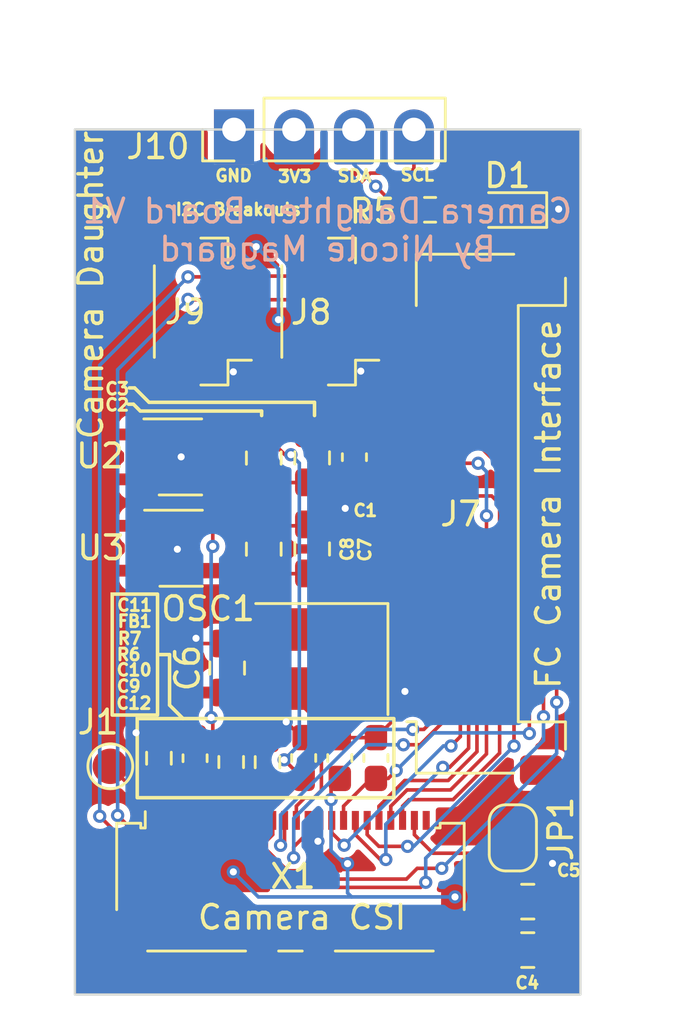
<source format=kicad_pcb>
(kicad_pcb (version 20221018) (generator pcbnew)
  (layers (0 "F.Cu" signal) (31 "B.Cu" signal) (34 "B.Paste" user) (35 "F.Paste" user) (36 "B.SilkS" user "B.Silkscreen") (37 "F.SilkS" user "F.Silkscreen") (38 "B.Mask" user) (39 "F.Mask" user) (44 "Edge.Cuts" user))
  (net 0 "")
  (net 1 "1.5V")
  (net 2 "+3V3")
  (net 3 "2.8V")
  (net 4 "VBUS_RESET {slash} PC")
  (net 5 "AGND")
  (net 6 "Net-(J1-Pin_1)")
  (net 7 "D9")
  (net 8 "D8")
  (net 9 "GND")
  (net 10 "ENABLE_BURN {slash} D7")
  (net 11 "D6")
  (net 12 "D5")
  (net 13 "D4")
  (net 14 "ENAB_RF {slash} D3")
  (net 15 "I2C_RESET {slash} D2")
  (net 16 "BURN_RELAY_A {slash} VS")
  (net 17 "HS")
  (net 18 "Net-(JP1-A)")
  (net 19 "Net-(OSC1-OUT)")
  (net 20 "Net-(X1-~{RESET})")
  (net 21 "Net-(X1-PWDN)")
  (net 24 "SDA1")
  (net 25 "SCL1")
  (net 27 "Net-(D1-A)")
  (footprint "Capacitor_SMD:C_0805_2012Metric_Pad1.18x1.45mm_HandSolder" (layer "F.Cu") (at 154.95 119.56 -90)
    (fp_text reference "C2" (at -2.25 6.21) (layer "F.SilkS") (effects (font (size 0.5 0.5) (thickness 0.125))))
    (fp_text value "10uF")
    (pad "1" smd roundrect (at -1.0375 0 270) (size 1.175 1.45) (layers "F.Cu" "F.Paste" "F.Mask") (roundrect_rratio 0.2127659574) (net 1 "1.5V"))
    (pad "2" smd roundrect (at 1.0375 0 270) (size 1.175 1.45) (layers "F.Cu" "F.Paste" "F.Mask") (roundrect_rratio 0.2127659574) (net 9 "GND"))
  )
  (footprint "Oscillator:Oscillator_SMD_SeikoEpson_SG8002CE-4Pin_3.2x2.5mm_HandSoldering" (layer "F.Cu") (at 157.41 128.07 180)
    (fp_text reference "OSC1" (at 4.82 2.13) (layer "F.SilkS"))
    (fp_text value "24MHz 3.3V Oscillator")
    (pad "1" smd rect (at -1.55 1.25 180) (size 2.1 1.8) (layers "F.Cu" "F.Paste" "F.Mask") (net 2 "+3V3"))
    (pad "2" smd rect (at 1.55 1.25 180) (size 2.1 1.8) (layers "F.Cu" "F.Paste" "F.Mask") (net 9 "GND"))
    (pad "3" smd rect (at 1.55 -1.25 180) (size 2.1 1.8) (layers "F.Cu" "F.Paste" "F.Mask") (net 19 "Net-(OSC1-OUT)"))
    (pad "4" smd rect (at -1.55 -1.25 180) (size 2.1 1.8) (layers "F.Cu" "F.Paste" "F.Mask") (net 2 "+3V3"))
  )
  (footprint "Jumper:SolderJumper-2_P1.3mm_Open_RoundedPad1.0x1.5mm" (layer "F.Cu") (at 165.5 135.64 90)
    (fp_text reference "JP1" (at 0.38 2.03 90) (layer "F.SilkS"))
    (fp_text value "Jumper_2_Open")
    (pad "1" smd custom (at -0.65 0 90) (size 1 0.5) (layers "F.Cu" "F.Mask") (net 18 "Net-(JP1-A)") (options (clearance outline) (anchor rect)) (primitives (gr_circle (center 0 0.25) (end 0.5 0.25) (width 0) (fill yes)) (gr_circle (center 0 -0.25) (end 0.5 -0.25) (width 0) (fill yes)) (gr_poly (pts (xy 0.5 0.75) (xy 0 0.75) (xy 0 -0.75) (xy 0.5 -0.75)) (width 0) (fill yes))))
    (pad "2" smd custom (at 0.65 0 90) (size 1 0.5) (layers "F.Cu" "F.Mask") (net 2 "+3V3") (options (clearance outline) (anchor rect)) (primitives (gr_circle (center 0 0.25) (end 0.5 0.25) (width 0) (fill yes)) (gr_circle (center 0 -0.25) (end 0.5 -0.25) (width 0) (fill yes)) (gr_poly (pts (xy 0 0.75) (xy -0.5 0.75) (xy -0.5 -0.75) (xy 0 -0.75)) (width 0) (fill yes))))
  )
  (footprint "Capacitor_SMD:C_0603_1608Metric_Pad1.08x0.95mm_HandSolder" (layer "F.Cu") (at 158.79 119.5225 -90)
    (fp_text reference "C1" (at 2.2575 -0.46 -180) (layer "F.SilkS") (effects (font (size 0.5 0.5) (thickness 0.125))))
    (fp_text value "1.0uF")
    (pad "1" smd roundrect (at -0.8625 0 270) (size 1.075 0.95) (layers "F.Cu" "F.Paste" "F.Mask") (net 1 "1.5V"))
    (pad "2" smd roundrect (at 0.8625 0 270) (size 1.075 0.95) (layers "F.Cu" "F.Paste" "F.Mask") (net 9 "GND"))
  )
  (footprint "Capacitor_SMD:C_0805_2012Metric_Pad1.18x1.45mm_HandSolder" (layer "F.Cu") (at 153.4 128.45 90)
    (fp_text reference "C6" (at 0 -1.68 90) (layer "F.SilkS"))
    (fp_text value "10uF")
    (pad "1" smd roundrect (at -1.0375 0 90) (size 1.175 1.45) (layers "F.Cu" "F.Paste" "F.Mask") (roundrect_rratio 0.2127659574) (net 2 "+3V3"))
    (pad "2" smd roundrect (at 1.0375 0 90) (size 1.175 1.45) (layers "F.Cu" "F.Paste" "F.Mask") (roundrect_rratio 0.2127659574) (net 9 "GND"))
  )
  (footprint "Capacitor_SMD:C_0603_1608Metric_Pad1.08x0.95mm_HandSolder" (layer "F.Cu") (at 159.7 132.26 90)
    (fp_text reference "C12" (at 2.320001 -10.249999) (layer "F.SilkS") (effects (font (size 0.5 0.5) (thickness 0.125))))
    (fp_text value "22pF")
    (pad "1" smd roundrect (at -0.8625 0 90) (size 1.075 0.95) (layers "F.Cu" "F.Paste" "F.Mask") (net 4 "VBUS_RESET {slash} PC"))
    (pad "2" smd roundrect (at 0.8625 0 90) (size 1.075 0.95) (layers "F.Cu" "F.Paste" "F.Mask") (net 9 "GND"))
  )
  (footprint "Capacitor_SMD:C_0805_2012Metric_Pad1.18x1.45mm_HandSolder" (layer "F.Cu") (at 166.1325 140.39)
    (fp_text reference "C4" (at -0.0225 1.39) (layer "F.SilkS") (effects (font (size 0.5 0.5) (thickness 0.125))))
    (fp_text value "10uF")
    (pad "1" smd roundrect (at -1.0375 0) (size 1.175 1.45) (layers "F.Cu" "F.Paste" "F.Mask") (roundrect_rratio 0.2127659574) (net 2 "+3V3"))
    (pad "2" smd roundrect (at 1.0375 0) (size 1.175 1.45) (layers "F.Cu" "F.Paste" "F.Mask") (roundrect_rratio 0.2127659574) (net 9 "GND"))
  )
  (footprint "Connector_Molex:Molex_Pico-Lock_504050-1291_1x12-1MP_P1.50mm_Horizontal" (layer "F.Cu") (at 164.305 121.915 90)
    (fp_text reference "J7" (at -0.015 -1.015 180) (layer "F.SilkS"))
    (fp_text value "FC Connector")
    (pad "1" smd roundrect (at -8.25 -2.795 90) (size 0.6 1) (layers "F.Cu" "F.Paste" "F.Mask") (net 9 "GND"))
    (pad "2" smd roundrect (at -6.75 -2.795 90) (size 0.6 1) (layers "F.Cu" "F.Paste" "F.Mask") (net 7 "D9"))
    (pad "3" smd roundrect (at -5.25 -2.795 90) (size 0.6 1) (layers "F.Cu" "F.Paste" "F.Mask") (net 8 "D8"))
    (pad "4" smd roundrect (at -3.75 -2.795 90) (size 0.6 1) (layers "F.Cu" "F.Paste" "F.Mask") (net 10 "ENABLE_BURN {slash} D7"))
    (pad "5" smd roundrect (at -2.25 -2.795 90) (size 0.6 1) (layers "F.Cu" "F.Paste" "F.Mask") (net 11 "D6"))
    (pad "6" smd roundrect (at -0.75 -2.795 90) (size 0.6 1) (layers "F.Cu" "F.Paste" "F.Mask") (net 12 "D5"))
    (pad "7" smd roundrect (at 0.75 -2.795 90) (size 0.6 1) (layers "F.Cu" "F.Paste" "F.Mask") (net 13 "D4"))
    (pad "8" smd roundrect (at 2.25 -2.795 90) (size 0.6 1) (layers "F.Cu" "F.Paste" "F.Mask") (net 14 "ENAB_RF {slash} D3"))
    (pad "9" smd roundrect (at 3.75 -2.795 90) (size 0.6 1) (layers "F.Cu" "F.Paste" "F.Mask") (net 15 "I2C_RESET {slash} D2"))
    (pad "10" smd roundrect (at 5.25 -2.795 90) (size 0.6 1) (layers "F.Cu" "F.Paste" "F.Mask") (net 4 "VBUS_RESET {slash} PC"))
    (pad "11" smd roundrect (at 6.75 -2.795 90) (size 0.6 1) (layers "F.Cu" "F.Paste" "F.Mask") (net 16 "BURN_RELAY_A {slash} VS"))
    (pad "12" smd roundrect (at 8.25 -2.795 90) (size 0.6 1) (layers "F.Cu" "F.Paste" "F.Mask") (net 17 "HS"))
    (pad "MP" smd roundrect (at -10.855 2.395 90) (size 1.25 1.8) (layers "F.Cu" "F.Paste" "F.Mask") (roundrect_rratio 0.2))
    (pad "MP" smd roundrect (at 10.855 2.395 90) (size 1.25 1.8) (layers "F.Cu" "F.Paste" "F.Mask") (roundrect_rratio 0.2))
  )
  (footprint "Resistor_SMD:R_0603_1608Metric" (layer "F.Cu") (at 155.11 132.435 90)
    (fp_text reference "R7" (at 5.235 -5.840001) (layer "F.SilkS") (effects (font (size 0.5 0.5) (thickness 0.125))))
    (fp_text value "10K")
    (pad "1" smd roundrect (at -0.825 0 90) (size 0.8 0.95) (layers "F.Cu" "F.Paste" "F.Mask") (net 21 "Net-(X1-PWDN)"))
    (pad "2" smd roundrect (at 0.825 0 90) (size 0.8 0.95) (layers "F.Cu" "F.Paste" "F.Mask") (net 9 "GND"))
  )
  (footprint "Package_TO_SOT_SMD:SOT-23-5_HandSoldering" (layer "F.Cu") (at 151.45 123.3775)
    (fp_text reference "U3" (at -3.39 -0.0175 180) (layer "F.SilkS"))
    (fp_text value "TLV74328")
    (pad "1" smd rect (at -1.35 -0.95) (size 1.56 0.65) (layers "F.Cu" "F.Paste" "F.Mask") (net 2 "+3V3"))
    (pad "2" smd rect (at -1.35 0) (size 1.56 0.65) (layers "F.Cu" "F.Paste" "F.Mask") (net 9 "GND"))
    (pad "3" smd rect (at -1.35 0.95) (size 1.56 0.65) (layers "F.Cu" "F.Paste" "F.Mask") (net 2 "+3V3"))
    (pad "4" smd rect (at 1.35 0.95) (size 1.56 0.65) (layers "F.Cu" "F.Paste" "F.Mask"))
    (pad "5" smd rect (at 1.35 -0.95) (size 1.56 0.65) (layers "F.Cu" "F.Paste" "F.Mask") (net 3 "2.8V"))
  )
  (footprint "Capacitor_SMD:C_0603_1608Metric_Pad1.08x0.95mm_HandSolder" (layer "F.Cu") (at 158.17 132.26 90)
    (fp_text reference "C9" (at 3.040001 -8.939999) (layer "F.SilkS") (effects (font (size 0.5 0.5) (thickness 0.125))))
    (fp_text value "0.1uF")
    (pad "1" smd roundrect (at -0.8625 0 90) (size 1.075 0.95) (layers "F.Cu" "F.Paste" "F.Mask") (net 2 "+3V3"))
    (pad "2" smd roundrect (at 0.8625 0 90) (size 1.075 0.95) (layers "F.Cu" "F.Paste" "F.Mask") (net 9 "GND"))
  )
  (footprint "Package_TO_SOT_SMD:SOT-23-5_HandSoldering" (layer "F.Cu") (at 151.42 119.5125)
    (fp_text reference "U2" (at -3.41 -0.0425) (layer "F.SilkS"))
    (fp_text value "TLV74315")
    (pad "1" smd rect (at -1.35 -0.95) (size 1.56 0.65) (layers "F.Cu" "F.Paste" "F.Mask") (net 2 "+3V3"))
    (pad "2" smd rect (at -1.35 0) (size 1.56 0.65) (layers "F.Cu" "F.Paste" "F.Mask") (net 9 "GND"))
    (pad "3" smd rect (at -1.35 0.95) (size 1.56 0.65) (layers "F.Cu" "F.Paste" "F.Mask") (net 2 "+3V3"))
    (pad "4" smd rect (at 1.35 0.95) (size 1.56 0.65) (layers "F.Cu" "F.Paste" "F.Mask"))
    (pad "5" smd rect (at 1.35 -0.95) (size 1.56 0.65) (layers "F.Cu" "F.Paste" "F.Mask") (net 1 "1.5V"))
  )
  (footprint "Resistor_SMD:R_0603_1608Metric_Pad0.98x0.95mm_HandSolder" (layer "F.Cu") (at 150.51 132.2675 -90)
    (fp_text reference "FB1" (at -5.7975 1.03 -180) (layer "F.SilkS") (effects (font (size 0.5 0.5) (thickness 0.125))))
    (fp_text value "ferrite")
    (pad "1" smd roundrect (at -0.9125 0 270) (size 0.975 0.95) (layers "F.Cu" "F.Paste" "F.Mask") (net 9 "GND"))
    (pad "2" smd roundrect (at 0.9125 0 270) (size 0.975 0.95) (layers "F.Cu" "F.Paste" "F.Mask") (net 5 "AGND"))
  )
  (footprint "Capacitor_SMD:C_0603_1608Metric_Pad1.08x0.95mm_HandSolder" (layer "F.Cu") (at 152.04 132.2675 90)
    (fp_text reference "C11" (at 6.4775 -2.56 180) (layer "F.SilkS") (effects (font (size 0.5 0.5) (thickness 0.125))))
    (fp_text value "0.1uF")
    (pad "1" smd roundrect (at -0.8625 0 90) (size 1.075 0.95) (layers "F.Cu" "F.Paste" "F.Mask") (net 3 "2.8V"))
    (pad "2" smd roundrect (at 0.8625 0 90) (size 1.075 0.95) (layers "F.Cu" "F.Paste" "F.Mask") (net 9 "GND"))
  )
  (footprint "Connector_JST:JST_SH_BM04B-SRSS-TB_1x04-1MP_P1.00mm_Vertical" (layer "F.Cu") (at 152.325 113.3575 90)
    (fp_text reference "J9" (at -0.0125 -0.705 180) (layer "F.SilkS"))
    (fp_text value "I2C1 Breakout")
    (pad "1" smd roundrect (at -1.5 1.325 90) (size 0.6 1.55) (layers "F.Cu" "F.Paste" "F.Mask") (net 9 "GND"))
    (pad "2" smd roundrect (at -0.5 1.325 90) (size 0.6 1.55) (layers "F.Cu" "F.Paste" "F.Mask") (net 2 "+3V3"))
    (pad "3" smd roundrect (at 0.5 1.325 90) (size 0.6 1.55) (layers "F.Cu" "F.Paste" "F.Mask") (net 24 "SDA1"))
    (pad "4" smd roundrect (at 1.5 1.325 90) (size 0.6 1.55) (layers "F.Cu" "F.Paste" "F.Mask") (net 25 "SCL1"))
    (pad "MP" smd roundrect (at -2.8 -1.2 90) (size 1.2 1.8) (layers "F.Cu" "F.Paste" "F.Mask") (roundrect_rratio 0.2083333333))
    (pad "MP" smd roundrect (at 2.8 -1.2 90) (size 1.2 1.8) (layers "F.Cu" "F.Paste" "F.Mask") (roundrect_rratio 0.2083333333))
  )
  (footprint "Capacitor_SMD:C_0805_2012Metric_Pad1.18x1.45mm_HandSolder" (layer "F.Cu") (at 157 119.5525 -90)
    (fp_text reference "C3" (at -2.9225 8.26 -180) (layer "F.SilkS") (effects (font (size 0.5 0.5) (thickness 0.125))))
    (fp_text value "10uF")
    (pad "1" smd roundrect (at -1.0375 0 270) (size 1.175 1.45) (layers "F.Cu" "F.Paste" "F.Mask") (roundrect_rratio 0.2127659574) (net 1 "1.5V"))
    (pad "2" smd roundrect (at 1.0375 0 270) (size 1.175 1.45) (layers "F.Cu" "F.Paste" "F.Mask") (roundrect_rratio 0.2127659574) (net 9 "GND"))
  )
  (footprint "Capacitor_SMD:C_0805_2012Metric_Pad1.18x1.45mm_HandSolder" (layer "F.Cu") (at 157 123.4075 -90)
    (fp_text reference "C7" (at 0.0325 -2.23 90) (layer "F.SilkS") (effects (font (size 0.5 0.5) (thickness 0.125))))
    (fp_text value "10uF")
    (pad "1" smd roundrect (at -1.0375 0 270) (size 1.175 1.45) (layers "F.Cu" "F.Paste" "F.Mask") (roundrect_rratio 0.2127659574) (net 3 "2.8V"))
    (pad "2" smd roundrect (at 1.0375 0 270) (size 1.175 1.45) (layers "F.Cu" "F.Paste" "F.Mask") (roundrect_rratio 0.2127659574) (net 9 "GND"))
  )
  (footprint "TestPoint:TestPoint_Pad_D1.5mm" (layer "F.Cu") (at 148.45 132.61)
    (fp_text reference "J1" (at -0.52 -1.87) (layer "F.SilkS"))
    (fp_text value "Conn_01x01")
    (pad "1" smd circle (at 0 0) (size 1.5 1.5) (layers "F.Cu" "F.Mask") (net 6 "Net-(J1-Pin_1)"))
  )
  (footprint "Capacitor_SMD:C_0603_1608Metric_Pad1.08x0.95mm_HandSolder" (layer "F.Cu") (at 156.64 132.2575 90)
    (fp_text reference "C10" (at 3.7275 -7.18) (layer "F.SilkS") (effects (font (size 0.5 0.5) (thickness 0.125))))
    (fp_text value "0.1uF")
    (pad "1" smd roundrect (at -0.8625 0 90) (size 1.075 0.95) (layers "F.Cu" "F.Paste" "F.Mask") (net 1 "1.5V"))
    (pad "2" smd roundrect (at 0.8625 0 90) (size 1.075 0.95) (layers "F.Cu" "F.Paste" "F.Mask") (net 9 "GND"))
  )
  (footprint "LED_SMD:LED_0603_1608Metric_Pad1.05x0.95mm_HandSolder" (layer "F.Cu") (at 165.275 109.06 180)
    (fp_text reference "D1" (at 0.005 1.46) (layer "F.SilkS"))
    (fp_text value "IR26-21C_L110_TR8")
    (pad "1" smd roundrect (at -0.875 0 180) (size 1.05 0.95) (layers "F.Cu" "F.Paste" "F.Mask") (net 9 "GND"))
    (pad "2" smd roundrect (at 0.875 0 180) (size 1.05 0.95) (layers "F.Cu" "F.Paste" "F.Mask") (net 27 "Net-(D1-A)"))
  )
  (footprint "Connector_PinHeader_2.54mm:PinHeader_1x04_P2.54mm_Vertical" (layer "F.Cu") (at 153.69 105.65 90)
    (fp_text reference "J10" (at -0.73 -3.22 180) (layer "F.SilkS"))
    (fp_text value "I2C1 Breakout")
    (pad "1" thru_hole rect (at 0 0 90) (size 1.7 1.7) (drill 1) (layers "*.Cu" "*.Mask") (net 9 "GND"))
    (pad "2" thru_hole oval (at 0 2.54 90) (size 1.7 1.7) (drill 1) (layers "*.Cu" "*.Mask") (net 2 "+3V3"))
    (pad "3" thru_hole oval (at 0 5.08 90) (size 1.7 1.7) (drill 1) (layers "*.Cu" "*.Mask") (net 24 "SDA1"))
    (pad "4" thru_hole oval (at 0 7.62 90) (size 1.7 1.7) (drill 1) (layers "*.Cu" "*.Mask") (net 25 "SCL1"))
  )
  (footprint "Connector_FFC-FPC:Molex_502244-2430_1x24-1MP_P0.5mm_Horizontal" (layer "F.Cu") (at 156.08 137.98)
    (fp_text reference "X1" (at 0.11 -0.71) (layer "F.SilkS"))
    (fp_text value "CAMERA_OV2640")
    (pad "1" smd rect (at -5.75 -3.08) (size 0.3 0.8) (layers "F.Cu" "F.Paste" "F.Mask") (net 6 "Net-(J1-Pin_1)"))
    (pad "2" smd rect (at -5.25 -3.08) (size 0.3 0.8) (layers "F.Cu" "F.Paste" "F.Mask") (net 5 "AGND"))
    (pad "3" smd rect (at -4.75 -3.08) (size 0.3 0.8) (layers "F.Cu" "F.Paste" "F.Mask") (net 24 "SDA1"))
    (pad "4" smd rect (at -4.25 -3.08) (size 0.3 0.8) (layers "F.Cu" "F.Paste" "F.Mask") (net 3 "2.8V"))
    (pad "5" smd rect (at -3.75 -3.08) (size 0.3 0.8) (layers "F.Cu" "F.Paste" "F.Mask") (net 25 "SCL1"))
    (pad "6" smd rect (at -3.25 -3.08) (size 0.3 0.8) (layers "F.Cu" "F.Paste" "F.Mask") (net 20 "Net-(X1-~{RESET})"))
    (pad "7" smd rect (at -2.75 -3.08) (size 0.3 0.8) (layers "F.Cu" "F.Paste" "F.Mask") (net 16 "BURN_RELAY_A {slash} VS"))
    (pad "8" smd rect (at -2.25 -3.08) (size 0.3 0.8) (layers "F.Cu" "F.Paste" "F.Mask") (net 21 "Net-(X1-PWDN)"))
    (pad "9" smd rect (at -1.75 -3.08) (size 0.3 0.8) (layers "F.Cu" "F.Paste" "F.Mask") (net 17 "HS"))
    (pad "10" smd rect (at -1.25 -3.08) (size 0.3 0.8) (layers "F.Cu" "F.Paste" "F.Mask") (net 1 "1.5V"))
    (pad "11" smd rect (at -0.75 -3.08) (size 0.3 0.8) (layers "F.Cu" "F.Paste" "F.Mask") (net 2 "+3V3"))
    (pad "12" smd rect (at -0.25 -3.08) (size 0.3 0.8) (layers "F.Cu" "F.Paste" "F.Mask") (net 7 "D9"))
    (pad "13" smd rect (at 0.25 -3.08) (size 0.3 0.8) (layers "F.Cu" "F.Paste" "F.Mask") (net 19 "Net-(OSC1-OUT)"))
    (pad "14" smd rect (at 0.75 -3.08) (size 0.3 0.8) (layers "F.Cu" "F.Paste" "F.Mask") (net 8 "D8"))
    (pad "15" smd rect (at 1.25 -3.08) (size 0.3 0.8) (layers "F.Cu" "F.Paste" "F.Mask") (net 9 "GND"))
    (pad "16" smd rect (at 1.75 -3.08) (size 0.3 0.8) (layers "F.Cu" "F.Paste" "F.Mask") (net 10 "ENABLE_BURN {slash} D7"))
    (pad "17" smd rect (at 2.25 -3.08) (size 0.3 0.8) (layers "F.Cu" "F.Paste" "F.Mask") (net 4 "VBUS_RESET {slash} PC"))
    (pad "18" smd rect (at 2.75 -3.08) (size 0.3 0.8) (layers "F.Cu" "F.Paste" "F.Mask") (net 11 "D6"))
    (pad "19" smd rect (at 3.25 -3.08) (size 0.3 0.8) (layers "F.Cu" "F.Paste" "F.Mask") (net 15 "I2C_RESET {slash} D2"))
    (pad "20" smd rect (at 3.75 -3.08) (size 0.3 0.8) (layers "F.Cu" "F.Paste" "F.Mask") (net 12 "D5"))
    (pad "21" smd rect (at 4.25 -3.08) (size 0.3 0.8) (layers "F.Cu" "F.Paste" "F.Mask") (net 14 "ENAB_RF {slash} D3"))
    (pad "22" smd rect (at 4.75 -3.08) (size 0.3 0.8) (layers "F.Cu" "F.Paste" "F.Mask") (net 13 "D4"))
    (pad "23" smd rect (at 5.25 -3.08) (size 0.3 0.8) (layers "F.Cu" "F.Paste" "F.Mask") (net 18 "Net-(JP1-A)"))
    (pad "24" smd rect (at 5.75 -3.08) (size 0.3 0.8) (layers "F.Cu" "F.Paste" "F.Mask"))
    (pad "MP" smd rect (at -6.99 1.77) (size 1.22 1.4) (layers "F.Cu" "F.Paste" "F.Mask"))
    (pad "MP" smd rect (at -1.175 2.78) (size 0.85 1.4) (layers "F.Cu" "F.Paste" "F.Mask"))
    (pad "MP" smd rect (at 1.175 2.78) (size 0.85 1.4) (layers "F.Cu" "F.Paste" "F.Mask"))
    (pad "MP" smd rect (at 6.99 1.77) (size 1.22 1.4) (layers "F.Cu" "F.Paste" "F.Mask"))
    (zone (net 0) (net_name "") (layer "F.Cu") (connect_pads (clearance 0)) (min_thickness 0.254)
      (keepout (tracks not_allowed) (vias not_allowed) (pads not_allowed) (copperpour not_allowed) (footprints not_allowed))
      (fill (thermal_gap 0.508) (thermal_bridge_width 0.508))
      (polygon (pts (xy 156.08 140.49) (xy 155.33 140.49) (xy 155.33 140.06) (xy 154.48 140.06) (xy 154.48 140.49) (xy 149.7 140.49) (xy 149.7 137.94) (xy 156.08 137.94)))
    )
    (zone (net 0) (net_name "") (layer "F.Cu") (connect_pads (clearance 0)) (min_thickness 0.254)
      (keepout (tracks not_allowed) (vias not_allowed) (pads not_allowed) (copperpour not_allowed) (footprints not_allowed))
      (fill (thermal_gap 0.508) (thermal_bridge_width 0.508))
      (polygon (pts (xy 156.08 140.49) (xy 156.83 140.49) (xy 156.83 140.06) (xy 157.68 140.06) (xy 157.68 140.49) (xy 162.46 140.49) (xy 162.46 137.94) (xy 156.08 137.94)))
    )
  )
  (footprint "Capacitor_SMD:C_0805_2012Metric_Pad1.18x1.45mm_HandSolder" (layer "F.Cu") (at 154.95 123.4175 -90)
    (fp_text reference "C8" (at 0.0025 -3.53 -90) (layer "F.SilkS") (effects (font (size 0.5 0.5) (thickness 0.125))))
    (fp_text value "10uF")
    (pad "1" smd roundrect (at -1.0375 0 270) (size 1.175 1.45) (layers "F.Cu" "F.Paste" "F.Mask") (roundrect_rratio 0.2127659574) (net 3 "2.8V"))
    (pad "2" smd roundrect (at 1.0375 0 270) (size 1.175 1.45) (layers "F.Cu" "F.Paste" "F.Mask") (roundrect_rratio 0.2127659574) (net 9 "GND"))
  )
  (footprint "Connector_JST:JST_SH_BM04B-SRSS-TB_1x04-1MP_P1.00mm_Vertical" (layer "F.Cu") (at 157.725 113.3575 90)
    (fp_text reference "J8" (at -0.0325 -0.765 180) (layer "F.SilkS"))
    (fp_text value "I2C1 Breakout")
    (pad "1" smd roundrect (at -1.5 1.325 90) (size 0.6 1.55) (layers "F.Cu" "F.Paste" "F.Mask") (net 9 "GND"))
    (pad "2" smd roundrect (at -0.5 1.325 90) (size 0.6 1.55) (layers "F.Cu" "F.Paste" "F.Mask") (net 2 "+3V3"))
    (pad "3" smd roundrect (at 0.5 1.325 90) (size 0.6 1.55) (layers "F.Cu" "F.Paste" "F.Mask") (net 24 "SDA1"))
    (pad "4" smd roundrect (at 1.5 1.325 90) (size 0.6 1.55) (layers "F.Cu" "F.Paste" "F.Mask") (net 25 "SCL1"))
    (pad "MP" smd roundrect (at -2.8 -1.2 90) (size 1.2 1.8) (layers "F.Cu" "F.Paste" "F.Mask") (roundrect_rratio 0.2083333333))
    (pad "MP" smd roundrect (at 2.8 -1.2 90) (size 1.2 1.8) (layers "F.Cu" "F.Paste" "F.Mask") (roundrect_rratio 0.2083333333))
  )
  (footprint "Resistor_SMD:R_0603_1608Metric" (layer "F.Cu") (at 161.995 109.05)
    (fp_text reference "R5" (at -2.425 0.06) (layer "F.SilkS"))
    (fp_text value "10K")
    (pad "1" smd roundrect (at -0.825 0) (size 0.8 0.95) (layers "F.Cu" "F.Paste" "F.Mask") (net 2 "+3V3"))
    (pad "2" smd roundrect (at 0.825 0) (size 0.8 0.95) (layers "F.Cu" "F.Paste" "F.Mask") (net 27 "Net-(D1-A)"))
  )
  (footprint "Resistor_SMD:R_0603_1608Metric" (layer "F.Cu") (at 153.57 132.43 -90)
    (fp_text reference "R6" (at -4.55 4.339999) (layer "F.SilkS") (effects (font (size 0.5 0.5) (thickness 0.125))))
    (fp_text value "10K")
    (pad "1" smd roundrect (at -0.825 0 270) (size 0.8 0.95) (layers "F.Cu" "F.Paste" "F.Mask") (net 2 "+3V3"))
    (pad "2" smd roundrect (at 0.825 0 270) (size 0.8 0.95) (layers "F.Cu" "F.Paste" "F.Mask") (net 20 "Net-(X1-~{RESET})"))
  )
  (footprint "Capacitor_SMD:C_0805_2012Metric_Pad1.18x1.45mm_HandSolder" (layer "F.Cu") (at 166.1325 138.34)
    (fp_text reference "C5" (at 1.7375 -1.32) (layer "F.SilkS") (effects (font (size 0.5 0.5) (thickness 0.125))))
    (fp_text value "10uF")
    (pad "1" smd roundrect (at -1.0375 0) (size 1.175 1.45) (layers "F.Cu" "F.Paste" "F.Mask") (roundrect_rratio 0.2127659574) (net 2 "+3V3"))
    (pad "2" smd roundrect (at 1.0375 0) (size 1.175 1.45) (layers "F.Cu" "F.Paste" "F.Mask") (roundrect_rratio 0.2127659574) (net 9 "GND"))
  )
  (gr_rect (start 148.53 125.32) (end 150.45 130.44) (stroke (width 0.15)) (fill none) (layer "F.SilkS"))
  (gr_line (start 157.1 117.2) (end 157.1 117.76) (stroke (width 0.15)) (layer "F.SilkS"))
  (gr_rect (start 149.59 130.59) (end 160.46 133.94) (stroke (width 0.15)) (fill none) (layer "F.SilkS"))
  (gr_line (start 154.86 117.57) (end 154.86 117.76) (stroke (width 0.15)) (layer "F.SilkS"))
  (gr_line (start 150.09 117.2) (end 157.1 117.2) (stroke (width 0.15)) (layer "F.SilkS"))
  (gr_line (start 149.26 116.59) (end 149.48 116.59) (stroke (width 0.15)) (layer "F.SilkS"))
  (gr_line (start 150.45 127.88) (end 150.96 127.88) (stroke (width 0.15)) (layer "F.SilkS"))
  (gr_line (start 150.96 130.02) (end 151.53 130.59) (stroke (width 0.15)) (layer "F.SilkS"))
  (gr_line (start 149.48 116.59) (end 150.09 117.2) (stroke (width 0.15)) (layer "F.SilkS"))
  (gr_line (start 149.22 117.28) (end 149.43 117.28) (stroke (width 0.15)) (layer "F.SilkS"))
  (gr_line (start 149.43 117.28) (end 149.72 117.57) (stroke (width 0.15)) (layer "F.SilkS"))
  (gr_line (start 149.72 117.57) (end 154.86 117.57) (stroke (width 0.15)) (layer "F.SilkS"))
  (gr_line (start 150.96 127.88) (end 150.96 130.02) (stroke (width 0.15)) (layer "F.SilkS"))
  (gr_rect (start 146.95 105.65) (end 168.36 142.27) (stroke (width 0.1)) (fill none) (layer "Edge.Cuts"))
  (gr_text "Camera Daughter Board V1\nBy Nicole Maggard" (at 157.65 111.3) (layer "B.SilkS") (effects (font (size 1 1)) (justify bottom mirror)))
  (gr_text "FC Camera Interface" (at 167.59 129.42 90) (layer "F.SilkS") (effects (font (size 1 1)) (justify left bottom)))
  (gr_text "SCL" (at 160.68 107.87) (layer "F.SilkS") (effects (font (size 0.5 0.5) (thickness 0.125)) (justify left bottom)))
  (gr_text "I2C Breakouts" (at 151.15 109.33) (layer "F.SilkS") (effects (font (size 0.5 0.5) (thickness 0.125)) (justify left bottom)))
  (gr_text "Camera CSI" (at 152.07 139.59) (layer "F.SilkS") (effects (font (size 1 1)) (justify left bottom)))
  (gr_text "GND" (at 152.83 107.9) (layer "F.SilkS") (effects (font (size 0.5 0.5) (thickness 0.125)) (justify left bottom)))
  (gr_text "SDA" (at 158.01 107.91) (layer "F.SilkS") (effects (font (size 0.5 0.5) (thickness 0.125)) (justify left bottom)))
  (gr_text "3V3" (at 155.49 107.93) (layer "F.SilkS") (effects (font (size 0.5 0.5) (thickness 0.125)) (justify left bottom)))
  (gr_text "Camera Daughter" (at 148.21 118.86 90) (layer "F.SilkS") (effects (font (size 1 1)) (justify left bottom)))
  (segment (start 156.64 133.12) (end 155.5362 134.2238) (width 0.1524) (layer "F.Cu") (net 1))
  (segment (start 156.64 133.12) (end 156.598746 133.12) (width 0.1524) (layer "F.Cu") (net 1))
  (segment (start 158.6925 118.5625) (end 152.77 118.5625) (width 0.1524) (layer "F.Cu") (net 1))
  (segment (start 158.79 118.66) (end 158.6925 118.5625) (width 0.1524) (layer "F.Cu") (net 1))
  (segment (start 155.8475 119.42) (end 154.95 118.5225) (width 0.1524) (layer "F.Cu") (net 1))
  (segment (start 154.83 134.2976) (end 154.83 134.9) (width 0.1524) (layer "F.Cu") (net 1))
  (segment (start 155.5362 134.2238) (end 154.9038 134.2238) (width 0.1524) (layer "F.Cu") (net 1))
  (segment (start 156.1 119.42) (end 155.8475 119.42) (width 0.1524) (layer "F.Cu") (net 1))
  (segment (start 156.598746 133.12) (end 155.814936 132.33619) (width 0.1524) (layer "F.Cu") (net 1))
  (segment (start 154.9038 134.2238) (end 154.83 134.2976) (width 0.1524) (layer "F.Cu") (net 1))
  (via (at 155.814936 132.33619) (size 0.56) (drill 0.3) (layers "F.Cu" "B.Cu") (net 1))
  (via (at 156.1 119.42) (size 0.56) (drill 0.3) (layers "F.Cu" "B.Cu") (net 1))
  (segment (start 155.814936 132.33619) (end 156.4562 131.694926) (width 0.1524) (layer "B.Cu") (net 1))
  (segment (start 156.4562 131.694926) (end 156.4562 119.7762) (width 0.1524) (layer "B.Cu") (net 1))
  (segment (start 156.4562 119.7762) (end 156.1 119.42) (width 0.1524) (layer "B.Cu") (net 1))
  (segment (start 158.197818 137.032182) (end 155.952182 137.032182) (width 0.1524) (layer "F.Cu") (net 2))
  (segment (start 155.06 135.7724) (end 155.33 135.5024) (width 0.1524) (layer "F.Cu") (net 2))
  (segment (start 155.33 135.5024) (end 155.33 134.9) (width 0.1524) (layer "F.Cu") (net 2))
  (segment (start 163.25 138.34) (end 163.05 138.14) (width 0.1524) (layer "F.Cu") (net 2))
  (segment (start 155.06 136.14) (end 155.06 135.7724) (width 0.1524) (layer "F.Cu") (net 2))
  (segment (start 157.8 134.020498) (end 157.8 133.4925) (width 0.1524) (layer "F.Cu") (net 2))
  (segment (start 158.96 129.32) (end 158.96 126.82) (width 0.1524) (layer "F.Cu") (net 2))
  (segment (start 155.952182 137.032182) (end 155.06 136.14) (width 0.1524) (layer "F.Cu") (net 2))
  (segment (start 165.095 138.34) (end 163.25 138.34) (width 0.1524) (layer "F.Cu") (net 2))
  (segment (start 153.57 129.6575) (end 153.4 129.4875) (width 0.1524) (layer "F.Cu") (net 2))
  (segment (start 157.8 133.4925) (end 158.17 133.1225) (width 0.1524) (layer "F.Cu") (net 2))
  (segment (start 153.57 131.605) (end 153.57 129.6575) (width 0.1524) (layer "F.Cu") (net 2))
  (segment (start 158.5 136.73) (end 158.197818 137.032182) (width 0.1524) (layer "F.Cu") (net 2))
  (via (at 153.66 137.08) (size 0.56) (drill 0.3) (layers "F.Cu" "B.Cu") (net 2))
  (via (at 158.5 136.73) (size 0.56) (drill 0.3) (layers "F.Cu" "B.Cu") (net 2))
  (via (at 154.63 110.61) (size 0.56) (drill 0.3) (layers "F.Cu" "B.Cu") (net 2))
  (via (at 157.8 134.020498) (size 0.56) (drill 0.3) (layers "F.Cu" "B.Cu") (net 2))
  (via (at 163.05 138.14) (size 0.56) (drill 0.3) (layers "F.Cu" "B.Cu") (net 2))
  (via (at 155.57 113.7) (size 0.56) (drill 0.3) (layers "F.Cu" "B.Cu") (net 2))
  (segment (start 155.57 111.55) (end 154.63 110.61) (width 0.1524) (layer "B.Cu") (net 2))
  (segment (start 158.349114 136.73) (end 157.8 136.180886) (width 0.1524) (layer "B.Cu") (net 2))
  (segment (start 158.5 136.73) (end 158.349114 136.73) (width 0.1524) (layer "B.Cu") (net 2))
  (segment (start 158.5 137.97) (end 158.67 138.14) (width 0.1524) (layer "B.Cu") (net 2))
  (segment (start 158.67 138.14) (end 154.72 138.14) (width 0.1524) (layer "B.Cu") (net 2))
  (segment (start 158.5 136.73) (end 158.5 137.97) (width 0.1524) (layer "B.Cu") (net 2))
  (segment (start 154.72 138.14) (end 153.66 137.08) (width 0.1524) (layer "B.Cu") (net 2))
  (segment (start 163.05 138.14) (end 158.67 138.14) (width 0.1524) (layer "B.Cu") (net 2))
  (segment (start 155.57 113.7) (end 155.57 111.55) (width 0.1524) (layer "B.Cu") (net 2))
  (segment (start 157.8 136.180886) (end 157.8 134.020498) (width 0.1524) (layer "B.Cu") (net 2))
  (segment (start 157 122.37) (end 156.9425 122.4275) (width 0.1524) (layer "F.Cu") (net 3))
  (segment (start 156.9425 122.4275) (end 152.8 122.4275) (width 0.1524) (layer "F.Cu") (net 3))
  (segment (start 152.7912 130.611635) (end 152.721871 130.542306) (width 0.1524) (layer "F.Cu") (net 3))
  (segment (start 152.04 133.13) (end 151.83 133.34) (width 0.1524) (layer "F.Cu") (net 3))
  (segment (start 152.04 133.13) (end 152.7912 132.3788) (width 0.1524) (layer "F.Cu") (net 3))
  (segment (start 152.79 123.3) (end 152.79 122.4375) (width 0.1524) (layer "F.Cu") (net 3))
  (segment (start 152.7912 132.3788) (end 152.7912 130.611635) (width 0.1524) (layer "F.Cu") (net 3))
  (segment (start 152.79 122.4375) (end 152.8 122.4275) (width 0.1524) (layer "F.Cu") (net 3))
  (segment (start 151.83 133.34) (end 151.83 134.9) (width 0.1524) (layer "F.Cu") (net 3))
  (via (at 152.721871 130.542306) (size 0.56) (drill 0.3) (layers "F.Cu" "B.Cu") (net 3))
  (via (at 152.79 123.3) (size 0.56) (drill 0.3) (layers "F.Cu" "B.Cu") (net 3))
  (segment (start 152.721871 123.368129) (end 152.79 123.3) (width 0.1524) (layer "B.Cu") (net 3))
  (segment (start 152.721871 130.542306) (end 152.721871 123.368129) (width 0.1524) (layer "B.Cu") (net 3))
  (segment (start 160.225017 133.1225) (end 160.559894 132.787623) (width 0.1524) (layer "F.Cu") (net 4))
  (segment (start 159.7 133.1225) (end 160.225017 133.1225) (width 0.1524) (layer "F.Cu") (net 4))
  (segment (start 159.5051 133.1225) (end 159.7 133.1225) (width 0.1524) (layer "F.Cu") (net 4))
  (segment (start 166.2 120.665046) (end 162.199954 116.665) (width 0.1524) (layer "F.Cu") (net 4))
  (segment (start 166.2 131.22) (end 166.2 120.665046) (width 0.1524) (layer "F.Cu") (net 4))
  (segment (start 158.33 134.9) (end 158.33 134.2976) (width 0.1524) (layer "F.Cu") (net 4))
  (segment (start 162.199954 116.665) (end 161.51 116.665) (width 0.1524) (layer "F.Cu") (net 4))
  (segment (start 158.33 134.2976) (end 159.5051 133.1225) (width 0.1524) (layer "F.Cu") (net 4))
  (via (at 166.2 131.22) (size 0.56) (drill 0.3) (layers "F.Cu" "B.Cu") (net 4))
  (via (at 160.559894 132.787623) (size 0.56) (drill 0.3) (layers "F.Cu" "B.Cu") (net 4))
  (segment (start 166.1738 131.1938) (end 166.2 131.22) (width 0.1524) (layer "B.Cu") (net 4))
  (segment (start 160.559894 132.787623) (end 162.153717 131.1938) (width 0.1524) (layer "B.Cu") (net 4))
  (segment (start 162.153717 131.1938) (end 166.1738 131.1938) (width 0.1524) (layer "B.Cu") (net 4))
  (segment (start 150.51 133.18) (end 150.83 133.5) (width 0.1524) (layer "F.Cu") (net 5))
  (segment (start 150.83 133.5) (end 150.83 134.9) (width 0.1524) (layer "F.Cu") (net 5))
  (segment (start 148.45 132.61) (end 150.33 134.49) (width 0.1524) (layer "F.Cu") (net 6))
  (segment (start 150.33 134.49) (end 150.33 134.9) (width 0.1524) (layer "F.Cu") (net 6))
  (segment (start 161.727738 131.05) (end 162.2862 130.491538) (width 0.1524) (layer "F.Cu") (net 7))
  (segment (start 161.26 131.05) (end 161.727738 131.05) (width 0.1524) (layer "F.Cu") (net 7))
  (segment (start 162.2862 129.4412) (end 161.51 128.665) (width 0.1524) (layer "F.Cu") (net 7))
  (segment (start 162.2862 130.491538) (end 162.2862 129.4412) (width 0.1524) (layer "F.Cu") (net 7))
  (segment (start 155.66208 135.9562) (end 155.83 135.78828) (width 0.1524) (layer "F.Cu") (net 7))
  (segment (start 155.83 135.78828) (end 155.83 134.9) (width 0.1524) (layer "F.Cu") (net 7))
  (via (at 155.66208 135.9562) (size 0.56) (drill 0.3) (layers "F.Cu" "B.Cu") (net 7))
  (via (at 161.26 131.05) (size 0.56) (drill 0.3) (layers "F.Cu" "B.Cu") (net 7))
  (segment (start 155.66208 135.9562) (end 155.66208 134.66792) (width 0.1524) (layer "B.Cu") (net 7))
  (segment (start 159.28 131.05) (end 161.26 131.05) (width 0.1524) (layer "B.Cu") (net 7))
  (segment (start 155.66208 134.66792) (end 159.28 131.05) (width 0.1524) (layer "B.Cu") (net 7))
  (segment (start 160.863716 131.697921) (end 161.578185 131.697921) (width 0.1524) (layer "F.Cu") (net 8))
  (segment (start 156.83 135.410226) (end 156.83 134.9) (width 0.1524) (layer "F.Cu") (net 8))
  (segment (start 156.215387 136.024839) (end 156.83 135.410226) (width 0.1524) (layer "F.Cu") (net 8))
  (segment (start 162.8 130.476106) (end 162.8 127.34) (width 0.1524) (layer "F.Cu") (net 8))
  (segment (start 162.8 127.34) (end 162.625 127.165) (width 0.1524) (layer "F.Cu") (net 8))
  (segment (start 161.578185 131.697921) (end 162.8 130.476106) (width 0.1524) (layer "F.Cu") (net 8))
  (segment (start 156.215387 136.476482) (end 156.215387 136.024839) (width 0.1524) (layer "F.Cu") (net 8))
  (segment (start 162.625 127.165) (end 161.51 127.165) (width 0.1524) (layer "F.Cu") (net 8))
  (via (at 160.863716 131.697921) (size 0.56) (drill 0.3) (layers "F.Cu" "B.Cu") (net 8))
  (via (at 156.215387 136.476482) (size 0.56) (drill 0.3) (layers "F.Cu" "B.Cu") (net 8))
  (segment (start 156.21828 134.815632) (end 159.335991 131.697921) (width 0.1524) (layer "B.Cu") (net 8))
  (segment (start 156.21828 136.473589) (end 156.21828 134.815632) (width 0.1524) (layer "B.Cu") (net 8))
  (segment (start 159.335991 131.697921) (end 160.863716 131.697921) (width 0.1524) (layer "B.Cu") (net 8))
  (segment (start 156.215387 136.476482) (end 156.21828 136.473589) (width 0.1524) (layer "B.Cu") (net 8))
  (segment (start 167.17 140.39) (end 167.17 138.34) (width 0.1524) (layer "F.Cu") (net 9))
  (segment (start 161.51 130.02) (end 160.93 129.44) (width 0.1524) (layer "F.Cu") (net 9))
  (segment (start 159.7 131.3975) (end 158.17 131.3975) (width 0.1524) (layer "F.Cu") (net 9))
  (segment (start 149.705 131.355) (end 149.54 131.19) (width 0.1524) (layer "F.Cu") (net 9))
  (segment (start 155.86 125.365) (end 154.95 124.455) (width 0.1524) (layer "F.Cu") (net 9))
  (segment (start 150.51 131.355) (end 149.705 131.355) (width 0.1524) (layer "F.Cu") (net 9))
  (segment (start 157.33 135.696812) (end 157.33 134.9) (width 0.1524) (layer "F.Cu") (net 9))
  (segment (start 155.325 131.305) (end 155.325 131.395) (width 0.1524) (layer "F.Cu") (net 9))
  (segment (start 154.95 120.5975) (end 158.5775 120.5975) (width 0.1524) (layer "F.Cu") (net 9))
  (segment (start 161.51 130.165) (end 161.51 130.02) (width 0.1524) (layer "F.Cu") (net 9))
  (segment (start 154.95 124.455) (end 156.99 124.455) (width 0.1524) (layer "F.Cu") (net 9))
  (segment (start 167.4 109.06) (end 167.44 109.02) (width 0.1524) (layer "F.Cu") (net 9))
  (segment (start 155.86 126.82) (end 155.86 125.365) (width 0.1524) (layer "F.Cu") (net 9))
  (segment (start 153.65 115.9) (end 153.66 115.91) (width 0.1524) (layer "F.Cu") (net 9))
  (segment (start 151.2475 123.3775) (end 151.29 123.42) (width 0.1524) (layer "F.Cu") (net 9))
  (segment (start 153.65 114.8575) (end 153.65 115.9) (width 0.1524) (layer "F.Cu") (net 9))
  (segment (start 155.325 131.395) (end 155.11 131.61) (width 0.1524) (layer "F.Cu") (net 9))
  (segment (start 155.86 126.82) (end 153.9925 126.82) (width 0.1524) (layer "F.Cu") (net 9))
  (segment (start 155.9 130.73) (end 155.325 131.305) (width 0.1524) (layer "F.Cu") (net 9))
  (segment (start 157.2443 135.782512) (end 157.33 135.696812) (width 0.1524) (layer "F.Cu") (net 9))
  (segment (start 159.05 115.87) (end 159.06 115.88) (width 0.1524) (layer "F.Cu") (net 9))
  (segment (start 158.5775 120.5975) (end 158.79 120.385) (width 0.1524) (layer "F.Cu") (net 9))
  (segment (start 153.9925 126.82) (end 153.4 127.4125) (width 0.1524) (layer "F.Cu") (net 9))
  (segment (start 166.15 109.06) (end 167.4 109.06) (width 0.1524) (layer "F.Cu") (net 9))
  (segment (start 167.17 138.34) (end 167.17 136.73) (width 0.1524) (layer "F.Cu") (net 9))
  (segment (start 161.51 130.165) (end 160.9325 130.165) (width 0.1524) (layer "F.Cu") (net 9))
  (segment (start 158.79 120.385) (end 158.79 121.3) (width 0.1524) (layer "F.Cu") (net 9))
  (segment (start 152.3025 127.4125) (end 152.08 127.19) (width 0.1524) (layer "F.Cu") (net 9))
  (segment (start 167.17 136.73) (end 167.18 136.72) (width 0.1524) (layer "F.Cu") (net 9))
  (segment (start 159.05 114.8575) (end 159.05 115.87) (width 0.1524) (layer "F.Cu") (net 9))
  (segment (start 150.56 131.405) (end 150.51 131.355) (width 0.1524) (layer "F.Cu") (net 9))
  (segment (start 158.79 121.3) (end 158.4 121.69) (width 0.1524) (layer "F.Cu") (net 9))
  (segment (start 156.565 131.395) (end 156.64 131.395) (width 0.1524) (layer "F.Cu") (net 9))
  (segment (start 152.04 131.405) (end 150.56 131.405) (width 0.1524) (layer "F.Cu") (net 9))
  (segment (start 160.9325 130.165) (end 159.7 131.3975) (width 0.1524) (layer "F.Cu") (net 9))
  (segment (start 156.99 124.455) (end 157 124.445) (width 0.1524) (layer "F.Cu") (net 9))
  (segment (start 150.1 123.3775) (end 151.2475 123.3775) (width 0.1524) (layer "F.Cu") (net 9))
  (segment (start 150.07 119.5125) (end 151.4475 119.5125) (width 0.1524) (layer "F.Cu") (net 9))
  (segment (start 157 120.59) (end 157.3 120.59) (width 0.1524) (layer "F.Cu") (net 9))
  (segment (start 157.3 120.59) (end 158.4 121.69) (width 0.1524) (layer "F.Cu") (net 9))
  (segment (start 155.9 130.73) (end 156.565 131.395) (width 0.1524) (layer "F.Cu") (net 9))
  (segment (start 153.4 127.4125) (end 152.3025 127.4125) (width 0.1524) (layer "F.Cu") (net 9))
  (segment (start 151.4475 119.5125) (end 151.45 119.51) (width 0.1524) (layer "F.Cu") (net 9))
  (via (at 157.2443 135.782512) (size 0.56) (drill 0.3) (layers "F.Cu" "B.Cu") (net 9))
  (via (at 155.9 130.73) (size 0.56) (drill 0.3) (layers "F.Cu" "B.Cu") (net 9))
  (via (at 152.08 127.19) (size 0.56) (drill 0.3) (layers "F.Cu" "B.Cu") (net 9))
  (via (at 158.4 121.69) (size 0.56) (drill 0.3) (layers "F.Cu" "B.Cu") (net 9))
  (via (at 151.45 119.51) (size 0.56) (drill 0.3) (layers "F.Cu" "B.Cu") (net 9))
  (via (at 159.06 115.88) (size 0.56) (drill 0.3) (layers "F.Cu" "B.Cu") (net 9))
  (via (at 151.29 123.42) (size 0.56) (drill 0.3) (layers "F.Cu" "B.Cu") (net 9))
  (via (at 167.18 136.72) (size 0.56) (drill 0.3) (layers "F.Cu" "B.Cu") (net 9))
  (via (at 149.54 131.19) (size 0.56) (drill 0.3) (layers "F.Cu" "B.Cu") (net 9))
  (via (at 153.66 115.91) (size 0.56) (drill 0.3) (layers "F.Cu" "B.Cu") (net 9))
  (via (at 167.44 109.02) (size 0.56) (drill 0.3) (layers "F.Cu" "B.Cu") (net 9))
  (via (at 160.93 129.44) (size 0.56) (drill 0.3) (layers "F.Cu" "B.Cu") (net 9))
  (segment (start 157.83 134.9) (end 157.83 135.4243) (width 0.1524) (layer "F.Cu") (net 10))
  (segment (start 162.755 125.665) (end 161.51 125.665) (width 0.1524) (layer "F.Cu") (net 10))
  (segment (start 162.8805 131.7495) (end 163.2752 131.3548) (width 0.1524) (layer "F.Cu") (net 10))
  (segment (start 157.83 135.4243) (end 158.3557 135.95) (width 0.1524) (layer "F.Cu") (net 10))
  (segment (start 163.2752 126.1852) (end 162.755 125.665) (width 0.1524) (layer "F.Cu") (net 10))
  (segment (start 163.2752 131.3548) (end 163.2752 126.1852) (width 0.1524) (layer "F.Cu") (net 10))
  (segment (start 162.88 131.7495) (end 162.8805 131.7495) (width 0.1524) (layer "F.Cu") (net 10))
  (via (at 162.88 131.7495) (size 0.56) (drill 0.3) (layers "F.Cu" "B.Cu") (net 10))
  (via (at 158.3557 135.95) (size 0.56) (drill 0.3) (layers "F.Cu" "B.Cu") (net 10))
  (segment (start 162.5562 131.7495) (end 162.88 131.7495) (width 0.1524) (layer "B.Cu") (net 10))
  (segment (start 158.3557 135.95) (end 162.5562 131.7495) (width 0.1524) (layer "B.Cu") (net 10))
  (segment (start 158.83 135.500768) (end 159.884072 136.55484) (width 0.1524) (layer "F.Cu") (net 11))
  (segment (start 162.532876 132.652876) (end 162.820388 132.652876) (width 0.1524) (layer "F.Cu") (net 11))
  (segment (start 163.0826 124.165) (end 161.51 124.165) (width 0.1524) (layer "F.Cu") (net 11))
  (segment (start 162.820388 132.652876) (end 163.6276 131.845664) (width 0.1524) (layer "F.Cu") (net 11))
  (segment (start 158.83 134.9) (end 158.83 135.500768) (width 0.1524) (layer "F.Cu") (net 11))
  (segment (start 163.6276 124.71) (end 163.0826 124.165) (width 0.1524) (layer "F.Cu") (net 11))
  (segment (start 163.6276 131.845664) (end 163.6276 124.71) (width 0.1524) (layer "F.Cu") (net 11))
  (segment (start 159.884072 136.55484) (end 160.12 136.55484) (width 0.1524) (layer "F.Cu") (net 11))
  (via (at 162.532876 132.652876) (size 0.56) (drill 0.3) (layers "F.Cu" "B.Cu") (net 11))
  (via (at 160.12 136.55484) (size 0.56) (drill 0.3) (layers "F.Cu" "B.Cu") (net 11))
  (segment (start 160.12 135.065752) (end 162.532876 132.652876) (width 0.1524) (layer "B.Cu") (net 11))
  (segment (start 160.12 136.55484) (end 160.12 135.065752) (width 0.1524) (layer "B.Cu") (net 11))
  (segment (start 163.98 131.991632) (end 163.98 123.21) (width 0.1524) (layer "F.Cu") (net 12))
  (segment (start 163.435 122.665) (end 161.51 122.665) (width 0.1524) (layer "F.Cu") (net 12))
  (segment (start 160.920048 133.210816) (end 162.760816 133.210816) (width 0.1524) (layer "F.Cu") (net 12))
  (segment (start 159.83 134.300864) (end 160.920048 133.210816) (width 0.1524) (layer "F.Cu") (net 12))
  (segment (start 159.83 134.9) (end 159.83 134.300864) (width 0.1524) (layer "F.Cu") (net 12))
  (segment (start 163.98 123.21) (end 163.435 122.665) (width 0.1524) (layer "F.Cu") (net 12))
  (segment (start 162.760816 133.210816) (end 163.98 131.991632) (width 0.1524) (layer "F.Cu") (net 12))
  (segment (start 164.94 132.05) (end 164.94 121.5) (width 0.1524) (layer "F.Cu") (net 13))
  (segment (start 160.83 134.9) (end 160.83 134.2976) (width 0.1524) (layer "F.Cu") (net 13))
  (segment (start 162.97 134.02) (end 164.94 132.05) (width 0.1524) (layer "F.Cu") (net 13))
  (segment (start 160.83 134.2976) (end 161.1076 134.02) (width 0.1524) (layer "F.Cu") (net 13))
  (segment (start 164.605 121.165) (end 161.51 121.165) (width 0.1524) (layer "F.Cu") (net 13))
  (segment (start 164.94 121.5) (end 164.605 121.165) (width 0.1524) (layer "F.Cu") (net 13))
  (segment (start 161.1076 134.02) (end 162.97 134.02) (width 0.1524) (layer "F.Cu") (net 13))
  (segment (start 164.3843 132.0857) (end 164.3843 122.000027) (width 0.1524) (layer "F.Cu") (net 14))
  (segment (start 164.03 119.78) (end 161.625 119.78) (width 0.1524) (layer "F.Cu") (net 14))
  (segment (start 160.33 134.299232) (end 161.019232 133.61) (width 0.1524) (layer "F.Cu") (net 14))
  (segment (start 161.625 119.78) (end 161.51 119.665) (width 0.1524) (layer "F.Cu") (net 14))
  (segment (start 161.019232 133.61) (end 162.86 133.61) (width 0.1524) (layer "F.Cu") (net 14))
  (segment (start 160.33 134.9) (end 160.33 134.299232) (width 0.1524) (layer "F.Cu") (net 14))
  (segment (start 162.86 133.61) (end 164.3843 132.0857) (width 0.1524) (layer "F.Cu") (net 14))
  (via (at 164.03 119.78) (size 0.56) (drill 0.3) (layers "F.Cu" "B.Cu") (net 14))
  (via (at 164.3843 122.000027) (size 0.56) (drill 0.3) (layers "F.Cu" "B.Cu") (net 14))
  (segment (start 164.3843 122.000027) (end 164.3843 120.1343) (width 0.1524) (layer "B.Cu") (net 14))
  (segment (start 164.3843 120.1343) (end 164.03 119.78) (width 0.1524) (layer "B.Cu") (net 14))
  (segment (start 165.55 120.513414) (end 163.201586 118.165) (width 0.1524) (layer "F.Cu") (net 15))
  (segment (start 165.55 131.75) (end 165.55 120.513414) (width 0.1524) (layer "F.Cu") (net 15))
  (segment (start 159.33 135.5024) (end 159.82674 135.99914) (width 0.1524) (layer "F.Cu") (net 15))
  (segment (start 163.201586 118.165) (end 161.51 118.165) (width 0.1524) (layer "F.Cu") (net 15))
  (segment (start 159.33 134.9) (end 159.33 135.5024) (width 0.1524) (layer "F.Cu") (net 15))
  (segment (start 159.82674 135.99914) (end 161.04086 135.99914) (width 0.1524) (layer "F.Cu") (net 15))
  (via (at 165.55 131.75) (size 0.56) (drill 0.3) (layers "F.Cu" "B.Cu") (net 15))
  (via (at 161.04086 135.99914) (size 0.56) (drill 0.3) (layers "F.Cu" "B.Cu") (net 15))
  (segment (start 161.04086 135.99914) (end 161.30086 135.99914) (width 0.1524) (layer "B.Cu") (net 15))
  (segment (start 161.30086 135.99914) (end 165.55 131.75) (width 0.1524) (layer "B.Cu") (net 15))
  (segment (start 166.8 119.52) (end 162.445 115.165) (width 0.1524) (layer "F.Cu") (net 16))
  (segment (start 161.593018 137.736982) (end 161.81 137.52) (width 0.1524) (layer "F.Cu") (net 16))
  (segment (start 153.33 134.9) (end 153.33 135.406737) (width 0.1524) (layer "F.Cu") (net 16))
  (segment (start 155.660245 137.736982) (end 161.593018 137.736982) (width 0.1524) (layer "F.Cu") (net 16))
  (segment (start 166.8 130.51) (end 166.8 119.52) (width 0.1524) (layer "F.Cu") (net 16))
  (segment (start 153.33 135.406737) (end 155.660245 137.736982) (width 0.1524) (layer "F.Cu") (net 16))
  (segment (start 162.445 115.165) (end 161.51 115.165) (width 0.1524) (layer "F.Cu") (net 16))
  (via (at 161.81 137.52) (size 0.56) (drill 0.3) (layers "F.Cu" "B.Cu") (net 16))
  (via (at 166.8 130.51) (size 0.56) (drill 0.3) (layers "F.Cu" "B.Cu") (net 16))
  (segment (start 161.81 136.5) (end 166.52 131.79) (width 0.1524) (layer "B.Cu") (net 16))
  (segment (start 166.8 131.51) (end 166.8 130.51) (width 0.1524) (layer "B.Cu") (net 16))
  (segment (start 161.81 137.52) (end 161.81 136.5) (width 0.1524) (layer "B.Cu") (net 16))
  (segment (start 166.52 131.79) (end 166.8 131.51) (width 0.1524) (layer "B.Cu") (net 16))
  (segment (start 167.3557 118.4757) (end 162.545 113.665) (width 0.1524) (layer "F.Cu") (net 17))
  (segment (start 154.33 134.9) (end 154.33 135.908368) (width 0.1524) (layer "F.Cu") (net 17))
  (segment (start 167.3557 129.9) (end 167.3557 118.4757) (width 0.1524) (layer "F.Cu") (net 17))
  (segment (start 161.45 136.93) (end 162.49 136.93) (width 0.1524) (layer "F.Cu") (net 17))
  (segment (start 160.995418 137.384582) (end 161.45 136.93) (width 0.1524) (layer "F.Cu") (net 17))
  (segment (start 155.806214 137.384582) (end 160.995418 137.384582) (width 0.1524) (layer "F.Cu") (net 17))
  (segment (start 154.33 135.908368) (end 155.806214 137.384582) (width 0.1524) (layer "F.Cu") (net 17))
  (segment (start 162.545 113.665) (end 161.51 113.665) (width 0.1524) (layer "F.Cu") (net 17))
  (via (at 162.49 136.93) (size 0.56) (drill 0.3) (layers "F.Cu" "B.Cu") (net 17))
  (via (at 167.3557 129.9) (size 0.56) (drill 0.3) (layers "F.Cu" "B.Cu") (net 17))
  (segment (start 167.3557 132.0643) (end 167.3557 129.9) (width 0.1524) (layer "B.Cu") (net 17))
  (segment (start 162.49 136.93) (end 167.3557 132.0643) (width 0.1524) (layer "B.Cu") (net 17))
  (segment (start 165.5 136.29) (end 162.1176 136.29) (width 0.1524) (layer "F.Cu") (net 18))
  (segment (start 162.1176 136.29) (end 161.33 135.5024) (width 0.1524) (layer "F.Cu") (net 18))
  (segment (start 161.33 135.5024) (end 161.33 134.9) (width 0.1524) (layer "F.Cu") (net 18))
  (segment (start 156.6776 133.95) (end 157.073982 133.95) (width 0.1524) (layer "F.Cu") (net 19))
  (segment (start 157.3912 133.632782) (end 157.3912 130.8512) (width 0.1524) (layer "F.Cu") (net 19))
  (segment (start 157.073982 133.95) (end 157.3912 133.632782) (width 0.1524) (layer "F.Cu") (net 19))
  (segment (start 156.33 134.2976) (end 156.6776 133.95) (width 0.1524) (layer "F.Cu") (net 19))
  (segment (start 156.33 134.9) (end 156.33 134.2976) (width 0.1524) (layer "F.Cu") (net 19))
  (segment (start 157.3912 130.8512) (end 155.86 129.32) (width 0.1524) (layer "F.Cu") (net 19))
  (segment (start 153.57 133.255) (end 152.83 133.995) (width 0.1524) (layer "F.Cu") (net 20))
  (segment (start 152.83 133.995) (end 152.83 134.9) (width 0.1524) (layer "F.Cu") (net 20))
  (segment (start 153.83 134.2976) (end 153.83 134.9) (width 0.1524) (layer "F.Cu") (net 21))
  (segment (start 154.8676 133.26) (end 153.83 134.2976) (width 0.1524) (layer "F.Cu") (net 21))
  (segment (start 155.11 133.26) (end 154.8676 133.26) (width 0.1524) (layer "F.Cu") (net 21))
  (segment (start 153.65 112.8575) (end 159.05 112.8575) (width 0.1524) (layer "F.Cu") (net 24))
  (segment (start 151.74 112.84) (end 151.7575 112.8575) (width 0.1524) (layer "F.Cu") (net 24))
  (segment (start 159.05 112.8575) (end 159.427738 112.8575) (width 0.1524) (layer "F.Cu") (net 24))
  (segment (start 160.12 108.48) (end 159.69294 108.05294) (width 0.1524) (layer "F.Cu") (net 24))
  (segment (start 160.12 112.165238) (end 160.12 108.48) (width 0.1524) (layer "F.Cu") (net 24))
  (segment (start 149.6462 135.5762) (end 148.76 134.69) (width 0.1524) (layer "F.Cu") (net 24))
  (segment (start 151.33 134.9) (end 151.33 135.5024) (width 0.1524) (layer "F.Cu") (net 24))
  (segment (start 151.2562 135.5762) (end 149.6462 135.5762) (width 0.1524) (layer "F.Cu") (net 24))
  (segment (start 151.33 135.5024) (end 151.2562 135.5762) (width 0.1524) (layer "F.Cu") (net 24))
  (segment (start 159.427738 112.8575) (end 160.12 112.165238) (width 0.1524) (layer "F.Cu") (net 24))
  (segment (start 151.7575 112.8575) (end 153.65 112.8575) (width 0.1524) (layer "F.Cu") (net 24))
  (via (at 159.69294 108.05294) (size 0.56) (drill 0.3) (layers "F.Cu" "B.Cu") (net 24))
  (via (at 148.76 134.69) (size 0.56) (drill 0.3) (layers "F.Cu" "B.Cu") (net 24))
  (via (at 151.74 112.84) (size 0.56) (drill 0.3) (layers "F.Cu" "B.Cu") (net 24))
  (segment (start 148.76 134.69) (end 148.76 115.82) (width 0.1524) (layer "B.Cu") (net 24))
  (segment (start 158.77 107.13) (end 158.77 105.8532) (width 0.1524) (layer "B.Cu") (net 24))
  (segment (start 148.76 115.82) (end 151.74 112.84) (width 0.1524) (layer "B.Cu") (net 24))
  (segment (start 159.69294 108.05294) (end 158.77 107.13) (width 0.1524) (layer "B.Cu") (net 24))
  (segment (start 152.33 134.9) (end 152.33 135.5024) (width 0.1524) (layer "F.Cu") (net 25))
  (segment (start 153.65 111.8575) (end 159.05 111.8575) (width 0.1524) (layer "F.Cu") (net 25))
  (segment (start 161.11326 107.49674) (end 161.31 107.3) (width 0.1524) (layer "F.Cu") (net 25))
  (segment (start 151.74 111.89) (end 153.6175 111.89) (width 0.1524) (layer "F.Cu") (net 25))
  (segment (start 151.9038 135.9286) (end 149.205884 135.9286) (width 0.1524) (layer "F.Cu") (net 25))
  (segment (start 152.33 135.5024) (end 151.9038 135.9286) (width 0.1524) (layer "F.Cu") (net 25))
  (segment (start 161.31 107.3) (end 161.31 105.8532) (width 0.1524) (layer "F.Cu") (net 25))
  (segment (start 153.6175 111.89) (end 153.65 111.8575) (width 0.1524) (layer "F.Cu") (net 25))
  (segment (start 149.205884 135.9286) (end 148.001258 134.723974) (width 0.1524) (layer "F.Cu") (net 25))
  (segment (start 159.05 111.8575) (end 159.05 107.909294) (width 0.1524) (layer "F.Cu") (net 25))
  (segment (start 159.05 107.909294) (end 159.462554 107.49674) (width 0.1524) (layer "F.Cu") (net 25))
  (segment (start 159.462554 107.49674) (end 161.11326 107.49674) (width 0.1524) (layer "F.Cu") (net 25))
  (via (at 148.001258 134.723974) (size 0.56) (drill 0.3) (layers "F.Cu" "B.Cu") (net 25))
  (via (at 151.74 111.89) (size 0.56) (drill 0.3) (layers "F.Cu" "B.Cu") (net 25))
  (segment (start 148.001258 134.723974) (end 148.001258 115.628742) (width 0.1524) (layer "B.Cu") (net 25))
  (segment (start 148.001258 115.628742) (end 151.74 111.89) (width 0.1524) (layer "B.Cu") (net 25))
  (segment (start 164.39 109.05) (end 164.4 109.06) (width 0.1524) (layer "F.Cu") (net 27))
  (segment (start 162.82 109.05) (end 164.39 109.05) (width 0.1524) (layer "F.Cu") (net 27))
  (zone (net 2) (net_name "+3V3") (layer "F.Cu") (priority 1) (connect_pads (clearance 0.254)) (min_thickness 0.25) (fill yes (thermal_gap 0.5) (thermal_bridge_width 0.5))
    (polygon (pts (xy 146.95 105.65) (xy 168.36 105.66) (xy 168.36 142.27) (xy 146.95 142.26)))
  )
  (zone (net 25) (net_name "SCL1") (layer "F.Cu") (priority 1) (connect_pads yes (clearance 0.254)) (min_thickness 0.25) (fill yes (thermal_gap 0.5) (thermal_bridge_width 0.5))
    (polygon (pts (xy 160.46 105.65) (xy 162.16 105.65) (xy 162.16 107.13) (xy 160.46 107.13)))
  )
  (zone (net 24) (net_name "SDA1") (layer "F.Cu") (priority 1) (connect_pads yes (clearance 0.254)) (min_thickness 0.25) (fill yes (thermal_gap 0.5) (thermal_bridge_width 0.5))
    (polygon (pts (xy 157.92 105.65) (xy 159.62 105.65) (xy 159.62 107.13) (xy 157.92 107.13)))
  )
  (zone (net 2) (net_name "+3V3") (layer "F.Cu") (priority 1) (connect_pads yes (clearance 0.254)) (min_thickness 0.25) (fill yes (thermal_gap 0.5) (thermal_bridge_width 0.5))
    (polygon (pts (xy 155.38 105.65) (xy 157.08 105.65) (xy 157.08 107.13) (xy 155.38 107.13)))
  )
  (zone (net 9) (net_name "GND") (layer "F.Cu") (priority 1) (connect_pads yes (clearance 0.254)) (min_thickness 0.25) (fill yes (thermal_gap 0.5) (thermal_bridge_width 0.5))
    (polygon (pts (xy 152.84 105.65) (xy 154.54 105.65) (xy 154.54 107.13) (xy 152.84 107.13)))
  )
  (zone (net 2) (net_name "+3V3") (layer "B.Cu") (priority 1) (connect_pads yes (clearance 0.254)) (min_thickness 0.25) (fill yes (thermal_gap 0.5) (thermal_bridge_width 0.5))
    (polygon (pts (xy 155.38 105.65) (xy 157.08 105.65) (xy 157.08 107.13) (xy 155.38 107.13)))
  )
  (zone (net 9) (net_name "GND") (layer "B.Cu") (connect_pads (clearance 0.254)) (min_thickness 0.25) (fill yes (thermal_gap 0.5) (thermal_bridge_width 0.5))
    (polygon (pts (xy 146.97 142.25) (xy 146.96 105.65) (xy 168.36 105.66) (xy 168.36 142.27)))
  )
  (zone (net 24) (net_name "SDA1") (layer "B.Cu") (priority 1) (connect_pads yes (clearance 0.254)) (min_thickness 0.25) (fill yes (thermal_gap 0.5) (thermal_bridge_width 0.5))
    (polygon (pts (xy 157.92 105.65) (xy 159.62 105.65) (xy 159.62 107.13) (xy 157.92 107.13)))
  )
  (zone (net 25) (net_name "SCL1") (layer "B.Cu") (priority 1) (connect_pads yes (clearance 0.254)) (min_thickness 0.25) (fill yes (thermal_gap 0.5) (thermal_bridge_width 0.5))
    (polygon (pts (xy 160.46 105.65) (xy 162.16 105.65) (xy 162.16 107.13) (xy 160.46 107.13)))
  )
  (zone (net 9) (net_name "GND") (layer "B.Cu") (priority 1) (connect_pads yes (clearance 0.254)) (min_thickness 0.25) (fill yes (thermal_gap 0.5) (thermal_bridge_width 0.5))
    (polygon (pts (xy 152.84 105.65) (xy 154.54 105.65) (xy 154.54 107.13) (xy 152.84 107.13)))
  )
)
</source>
